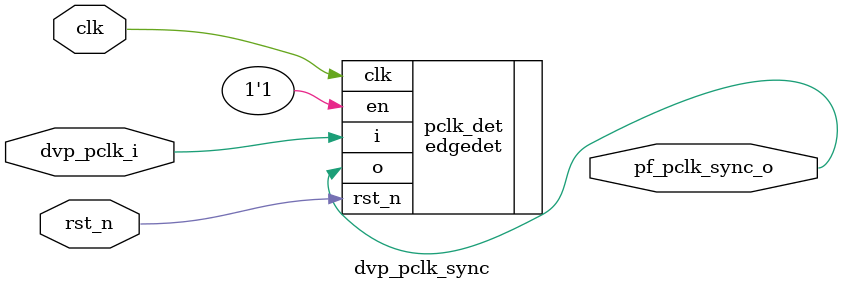
<source format=v>
module dvp_pclk_sync(
    // Input declaration
    // -- Global
    input   clk,
    input   rst_n,
    // -- DVP Camera interface
    input   dvp_pclk_i,
    // Output declaration
    // -- Pixel FIFO
    output  pf_pclk_sync_o
);
    // Internal module
    edgedet #(
        .RISING_EDGE(1'b1) // Rising
    ) pclk_det (
        .clk    (clk),
        .rst_n  (rst_n),
        .en     (1'b1),
        .i      (dvp_pclk_i),
        .o      (pf_pclk_sync_o)
    );
endmodule

</source>
